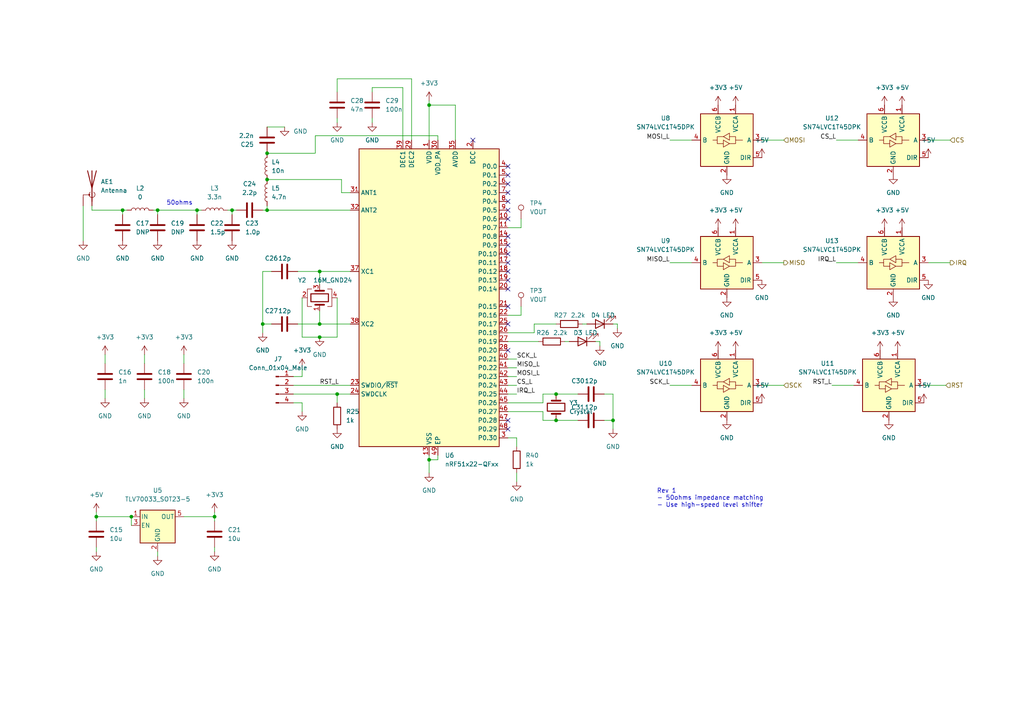
<source format=kicad_sch>
(kicad_sch (version 20211123) (generator eeschema)
  (paper "A4")
  (lib_symbols
    (symbol "Connector:Conn_01x04_Male" (pin_names (offset 1.016) hide)
      (property "Reference" "J" (at 0 5.08 0))
      (property "Value" "Conn_01x04_Male" (at 0 -7.62 0))
      (symbol "Conn_01x04_Male_1_1"
        (polyline (pts (xy 1.27 -5.08) (xy 0.8636 -5.08)) (stroke (width 0.1524)))
        (polyline (pts (xy 1.27 -2.54) (xy 0.8636 -2.54)) (stroke (width 0.1524)))
        (polyline (pts (xy 1.27 0) (xy 0.8636 0)) (stroke (width 0.1524)))
        (polyline (pts (xy 1.27 2.54) (xy 0.8636 2.54)) (stroke (width 0.1524)))
        (rectangle (start 0.8636 -4.953) (end 0 -5.207) (stroke (width 0.1524)) (fill (type outline)))
        (rectangle (start 0.8636 -2.413) (end 0 -2.667) (stroke (width 0.1524)) (fill (type outline)))
        (rectangle (start 0.8636 0.127) (end 0 -0.127) (stroke (width 0.1524)) (fill (type outline)))
        (rectangle (start 0.8636 2.667) (end 0 2.413) (stroke (width 0.1524)) (fill (type outline)))
        (pin passive line (at 5.08 2.54 180) (length 3.81) (name "Pin_1") (number "1"))
        (pin passive line (at 5.08 0 180) (length 3.81) (name "Pin_2") (number "2"))
        (pin passive line (at 5.08 -2.54 180) (length 3.81) (name "Pin_3") (number "3"))
        (pin passive line (at 5.08 -5.08 180) (length 3.81) (name "Pin_4") (number "4"))
      )
    )
    (symbol "Connector:TestPoint" (pin_numbers hide) (pin_names (offset 0.762) hide)
      (property "Reference" "TP" (at 0 6.858 0))
      (property "Value" "TestPoint" (at 0 5.08 0))
      (symbol "TestPoint_0_1"
        (circle (center 0 3.302) (radius 0.762))
      )
      (symbol "TestPoint_1_1"
        (pin passive line (at 0 0 90) (length 2.54) (name "1") (number "1"))
      )
    )
    (symbol "Device:Antenna_Shield" (pin_numbers hide) (pin_names (offset 1.016) hide)
      (property "Reference" "AE" (at -1.905 4.445 0))
      (property "Value" "Antenna_Shield" (at -1.905 2.54 0))
      (symbol "Antenna_Shield_0_1"
        (arc (start -0.508 -1.143) (mid -0.8429 -2.1194) (end 0 -2.667))
        (arc (start 0 -2.667) (mid 0.7989 -2.1052) (end 0.508 -1.143))
        (polyline (pts (xy 0 -2.54) (xy 0 0)))
        (polyline (pts (xy 0 5.08) (xy 0 -3.81)) (stroke (width 0.254)))
        (polyline (pts (xy 0.762 -1.905) (xy 2.54 -1.905)))
        (polyline (pts (xy 2.54 -2.54) (xy 2.54 -1.905)))
        (polyline (pts (xy 1.27 5.08) (xy 0 0) (xy -1.27 5.08)) (stroke (width 0.254)))
        (circle (center 0.762 -1.905) (radius 0.1778) (fill (type outline)))
      )
      (symbol "Antenna_Shield_1_1"
        (pin input line (at 0 -5.08 90) (length 2.54) (name "A") (number "1"))
        (pin input line (at 2.54 -5.08 90) (length 2.54) (name "Shield") (number "2"))
      )
    )
    (symbol "Device:C" (pin_numbers hide) (pin_names (offset 0.254))
      (property "Reference" "C" (at 0.635 2.54 0))
      (property "Value" "C" (at 0.635 -2.54 0))
      (symbol "C_0_1"
        (polyline (pts (xy -2.032 -0.762) (xy 2.032 -0.762)) (stroke (width 0.508)))
        (polyline (pts (xy -2.032 0.762) (xy 2.032 0.762)) (stroke (width 0.508)))
      )
      (symbol "C_1_1"
        (pin passive line (at 0 3.81 270) (length 2.794) (name "~") (number "1"))
        (pin passive line (at 0 -3.81 90) (length 2.794) (name "~") (number "2"))
      )
    )
    (symbol "Device:Crystal" (pin_numbers hide) (pin_names (offset 1.016) hide)
      (property "Reference" "Y" (at 0 3.81 0))
      (property "Value" "Crystal" (at 0 -3.81 0))
      (symbol "Crystal_0_1"
        (rectangle (start -1.143 2.54) (end 1.143 -2.54) (stroke (width 0.3048)))
        (polyline (pts (xy -2.54 0) (xy -1.905 0)))
        (polyline (pts (xy -1.905 -1.27) (xy -1.905 1.27)) (stroke (width 0.508)))
        (polyline (pts (xy 1.905 -1.27) (xy 1.905 1.27)) (stroke (width 0.508)))
        (polyline (pts (xy 2.54 0) (xy 1.905 0)))
      )
      (symbol "Crystal_1_1"
        (pin passive line (at -3.81 0 0) (length 1.27) (name "1") (number "1"))
        (pin passive line (at 3.81 0 180) (length 1.27) (name "2") (number "2"))
      )
    )
    (symbol "Device:Crystal_GND24" (pin_names (offset 1.016) hide)
      (property "Reference" "Y" (at 3.175 5.08 0))
      (property "Value" "Crystal_GND24" (at 3.175 3.175 0))
      (symbol "Crystal_GND24_0_1"
        (rectangle (start -1.143 2.54) (end 1.143 -2.54) (stroke (width 0.3048)))
        (polyline (pts (xy -2.54 0) (xy -2.032 0)))
        (polyline (pts (xy -2.032 -1.27) (xy -2.032 1.27)) (stroke (width 0.508)))
        (polyline (pts (xy 0 -3.81) (xy 0 -3.556)))
        (polyline (pts (xy 0 3.556) (xy 0 3.81)))
        (polyline (pts (xy 2.032 -1.27) (xy 2.032 1.27)) (stroke (width 0.508)))
        (polyline (pts (xy 2.032 0) (xy 2.54 0)))
        (polyline (pts (xy -2.54 -2.286) (xy -2.54 -3.556) (xy 2.54 -3.556) (xy 2.54 -2.286)))
        (polyline (pts (xy -2.54 2.286) (xy -2.54 3.556) (xy 2.54 3.556) (xy 2.54 2.286)))
      )
      (symbol "Crystal_GND24_1_1"
        (pin passive line (at -3.81 0 0) (length 1.27) (name "1") (number "1"))
        (pin passive line (at 0 5.08 270) (length 1.27) (name "2") (number "2"))
        (pin passive line (at 3.81 0 180) (length 1.27) (name "3") (number "3"))
        (pin passive line (at 0 -5.08 90) (length 1.27) (name "4") (number "4"))
      )
    )
    (symbol "Device:L" (pin_numbers hide) (pin_names (offset 1.016) hide)
      (property "Reference" "L" (at -1.27 0 90))
      (property "Value" "L" (at 1.905 0 90))
      (symbol "L_0_1"
        (arc (start 0 -2.54) (mid 0.635 -1.905) (end 0 -1.27))
        (arc (start 0 -1.27) (mid 0.635 -0.635) (end 0 0))
        (arc (start 0 0) (mid 0.635 0.635) (end 0 1.27))
        (arc (start 0 1.27) (mid 0.635 1.905) (end 0 2.54))
      )
      (symbol "L_1_1"
        (pin passive line (at 0 3.81 270) (length 1.27) (name "1") (number "1"))
        (pin passive line (at 0 -3.81 90) (length 1.27) (name "2") (number "2"))
      )
    )
    (symbol "Device:LED" (pin_numbers hide) (pin_names (offset 1.016) hide)
      (property "Reference" "D" (at 0 2.54 0))
      (property "Value" "LED" (at 0 -2.54 0))
      (symbol "LED_0_1"
        (polyline (pts (xy -1.27 -1.27) (xy -1.27 1.27)) (stroke (width 0.254)))
        (polyline (pts (xy -1.27 0) (xy 1.27 0)))
        (polyline (pts (xy 1.27 -1.27) (xy 1.27 1.27) (xy -1.27 0) (xy 1.27 -1.27)) (stroke (width 0.254)))
        (polyline (pts (xy -3.048 -0.762) (xy -4.572 -2.286) (xy -3.81 -2.286) (xy -4.572 -2.286) (xy -4.572 -1.524)))
        (polyline (pts (xy -1.778 -0.762) (xy -3.302 -2.286) (xy -2.54 -2.286) (xy -3.302 -2.286) (xy -3.302 -1.524)))
      )
      (symbol "LED_1_1"
        (pin passive line (at -3.81 0 0) (length 2.54) (name "K") (number "1"))
        (pin passive line (at 3.81 0 180) (length 2.54) (name "A") (number "2"))
      )
    )
    (symbol "Device:R" (pin_numbers hide) (pin_names (offset 0))
      (property "Reference" "R" (at 2.032 0 90))
      (property "Value" "R" (at 0 0 90))
      (symbol "R_0_1"
        (rectangle (start -1.016 -2.54) (end 1.016 2.54) (stroke (width 0.254)))
      )
      (symbol "R_1_1"
        (pin passive line (at 0 3.81 270) (length 1.27) (name "~") (number "1"))
        (pin passive line (at 0 -3.81 90) (length 1.27) (name "~") (number "2"))
      )
    )
    (symbol "Logic_LevelTranslator:SN74LVC1T45DRL"
      (property "Reference" "U" (at -6.35 8.89 0))
      (property "Value" "SN74LVC1T45DRL" (at 3.81 8.89 0))
      (symbol "SN74LVC1T45DRL_0_1"
        (rectangle (start -7.62 7.62) (end 7.62 -7.62) (stroke (width 0.254)) (fill (type background)))
        (polyline (pts (xy -2.54 0) (xy -2.54 1.016) (xy -0.762 1.016)))
        (polyline (pts (xy 2.794 0) (xy 2.794 -1.016) (xy 1.016 -1.016)))
        (polyline (pts (xy -0.762 -1.016) (xy -2.54 -1.016) (xy -2.54 0) (xy -4.572 0)))
        (polyline (pts (xy -0.762 0) (xy -0.762 2.032) (xy 1.016 1.016) (xy -0.762 0)))
        (polyline (pts (xy 1.016 1.016) (xy 2.794 1.016) (xy 2.794 0) (xy 4.064 0)))
        (polyline (pts (xy 1.016 0) (xy 1.016 -1.778) (xy 1.016 -2.032) (xy -0.762 -1.016) (xy 1.016 0)))
      )
      (symbol "SN74LVC1T45DRL_1_1"
        (pin power_in line (at -2.54 10.16 270) (length 2.54) (name "VCCA") (number "1"))
        (pin power_in line (at 0 -10.16 90) (length 2.54) (name "GND") (number "2"))
        (pin bidirectional line (at -10.16 0 0) (length 2.54) (name "A") (number "3"))
        (pin bidirectional line (at 10.16 0 180) (length 2.54) (name "B") (number "4"))
        (pin input line (at -10.16 -5.08 0) (length 2.54) (name "DIR") (number "5"))
        (pin power_in line (at 2.54 10.16 270) (length 2.54) (name "VCCB") (number "6"))
      )
    )
    (symbol "MCU_Nordic:nRF51x22-QFxx"
      (property "Reference" "U" (at 0 2.54 0))
      (property "Value" "nRF51x22-QFxx" (at 0 -2.54 0))
      (symbol "nRF51x22-QFxx_0_1"
        (rectangle (start -20.32 43.18) (end 20.32 -43.18) (stroke (width 0.254)) (fill (type background)))
      )
      (symbol "nRF51x22-QFxx_1_1"
        (pin power_in line (at 0 45.72 270) (length 2.54) (name "VDD") (number "1"))
        (pin bidirectional line (at 22.86 22.86 180) (length 2.54) (name "P0.6") (number "10"))
        (pin bidirectional line (at 22.86 20.32 180) (length 2.54) (name "P0.7") (number "11"))
        (pin passive line (at 0 45.72 270) (length 2.54) hide (name "VDD") (number "12"))
        (pin power_in line (at 0 -45.72 90) (length 2.54) (name "VSS") (number "13"))
        (pin bidirectional line (at 22.86 17.78 180) (length 2.54) (name "P0.8") (number "14"))
        (pin bidirectional line (at 22.86 15.24 180) (length 2.54) (name "P0.9") (number "15"))
        (pin bidirectional line (at 22.86 12.7 180) (length 2.54) (name "P0.10") (number "16"))
        (pin bidirectional line (at 22.86 10.16 180) (length 2.54) (name "P0.11") (number "17"))
        (pin bidirectional line (at 22.86 7.62 180) (length 2.54) (name "P0.12") (number "18"))
        (pin bidirectional line (at 22.86 5.08 180) (length 2.54) (name "P0.13") (number "19"))
        (pin power_out line (at 12.7 45.72 270) (length 2.54) (name "DCC") (number "2"))
        (pin bidirectional line (at 22.86 2.54 180) (length 2.54) (name "P0.14") (number "20"))
        (pin bidirectional line (at 22.86 -2.54 180) (length 2.54) (name "P0.15") (number "21"))
        (pin bidirectional line (at 22.86 -5.08 180) (length 2.54) (name "P0.16") (number "22"))
        (pin bidirectional line (at -22.86 -25.4 0) (length 2.54) (name "SWDIO/~{RST}") (number "23"))
        (pin input line (at -22.86 -27.94 0) (length 2.54) (name "SWDCLK") (number "24"))
        (pin bidirectional line (at 22.86 -7.62 180) (length 2.54) (name "P0.17") (number "25"))
        (pin bidirectional line (at 22.86 -10.16 180) (length 2.54) (name "P0.18") (number "26"))
        (pin bidirectional line (at 22.86 -12.7 180) (length 2.54) (name "P0.19") (number "27"))
        (pin bidirectional line (at 22.86 -15.24 180) (length 2.54) (name "P0.20") (number "28"))
        (pin passive line (at -5.08 45.72 270) (length 2.54) (name "DEC2") (number "29"))
        (pin bidirectional line (at 22.86 -40.64 180) (length 2.54) (name "P0.30") (number "3"))
        (pin power_out line (at 2.54 45.72 270) (length 2.54) (name "VDD_PA") (number "30"))
        (pin output line (at -22.86 30.48 0) (length 2.54) (name "ANT1") (number "31"))
        (pin output line (at -22.86 25.4 0) (length 2.54) (name "ANT2") (number "32"))
        (pin passive line (at 0 -45.72 90) (length 2.54) hide (name "VSS") (number "33"))
        (pin passive line (at 0 -45.72 90) (length 2.54) hide (name "VSS") (number "34"))
        (pin power_in line (at 7.62 45.72 270) (length 2.54) (name "AVDD") (number "35"))
        (pin passive line (at 7.62 45.72 270) (length 2.54) hide (name "AVDD") (number "36"))
        (pin input line (at -22.86 7.62 0) (length 2.54) (name "XC1") (number "37"))
        (pin input line (at -22.86 -7.62 0) (length 2.54) (name "XC2") (number "38"))
        (pin passive line (at -7.62 45.72 270) (length 2.54) (name "DEC1") (number "39"))
        (pin bidirectional line (at 22.86 38.1 180) (length 2.54) (name "P0.0") (number "4"))
        (pin bidirectional line (at 22.86 -17.78 180) (length 2.54) (name "P0.21") (number "40"))
        (pin bidirectional line (at 22.86 -20.32 180) (length 2.54) (name "P0.22") (number "41"))
        (pin bidirectional line (at 22.86 -22.86 180) (length 2.54) (name "P0.23") (number "42"))
        (pin bidirectional line (at 22.86 -25.4 180) (length 2.54) (name "P0.24") (number "43"))
        (pin bidirectional line (at 22.86 -27.94 180) (length 2.54) (name "P0.25") (number "44"))
        (pin bidirectional line (at 22.86 -30.48 180) (length 2.54) (name "P0.26") (number "45"))
        (pin bidirectional line (at 22.86 -33.02 180) (length 2.54) (name "P0.27") (number "46"))
        (pin bidirectional line (at 22.86 -35.56 180) (length 2.54) (name "P0.28") (number "47"))
        (pin bidirectional line (at 22.86 -38.1 180) (length 2.54) (name "P0.29") (number "48"))
        (pin power_in line (at 2.54 -45.72 90) (length 2.54) (name "EP") (number "49"))
        (pin bidirectional line (at 22.86 35.56 180) (length 2.54) (name "P0.1") (number "5"))
        (pin bidirectional line (at 22.86 33.02 180) (length 2.54) (name "P0.2") (number "6"))
        (pin bidirectional line (at 22.86 30.48 180) (length 2.54) (name "P0.3") (number "7"))
        (pin bidirectional line (at 22.86 27.94 180) (length 2.54) (name "P0.4") (number "8"))
        (pin bidirectional line (at 22.86 25.4 180) (length 2.54) (name "P0.5") (number "9"))
      )
    )
    (symbol "Regulator_Linear:TLV70033_SOT23-5" (pin_names (offset 0.254))
      (property "Reference" "U" (at -3.81 5.715 0))
      (property "Value" "TLV70033_SOT23-5" (at 0 5.715 0))
      (symbol "TLV70033_SOT23-5_0_1"
        (rectangle (start -5.08 4.445) (end 5.08 -5.08) (stroke (width 0.254)) (fill (type background)))
      )
      (symbol "TLV70033_SOT23-5_1_1"
        (pin power_in line (at -7.62 2.54 0) (length 2.54) (name "IN") (number "1"))
        (pin power_in line (at 0 -7.62 90) (length 2.54) (name "GND") (number "2"))
        (pin input line (at -7.62 0 0) (length 2.54) (name "EN") (number "3"))
        (pin no_connect line (at 5.08 0 180) (length 2.54) hide (name "NC") (number "4"))
        (pin power_out line (at 7.62 2.54 180) (length 2.54) (name "OUT") (number "5"))
      )
    )
    (symbol "power:+3.3V" (power) (pin_names (offset 0))
      (property "Value" "+3.3V" (at 0 3.556 0))
      (symbol "+3.3V_0_1"
        (polyline (pts (xy -0.762 1.27) (xy 0 2.54)))
        (polyline (pts (xy 0 0) (xy 0 2.54)))
        (polyline (pts (xy 0 2.54) (xy 0.762 1.27)))
      )
      (symbol "+3.3V_1_1"
        (pin power_in line (at 0 0 90) (length 0) hide (name "+3V3") (number "1"))
      )
    )
    (symbol "power:+5V" (power) (pin_names (offset 0))
      (property "Value" "+5V" (at 0 3.556 0))
      (symbol "+5V_0_1"
        (polyline (pts (xy -0.762 1.27) (xy 0 2.54)))
        (polyline (pts (xy 0 0) (xy 0 2.54)))
        (polyline (pts (xy 0 2.54) (xy 0.762 1.27)))
      )
      (symbol "+5V_1_1"
        (pin power_in line (at 0 0 90) (length 0) hide (name "+5V") (number "1"))
      )
    )
    (symbol "power:GND" (power) (pin_names (offset 0))
      (property "Value" "GND" (at 0 -3.81 0))
      (symbol "GND_0_1"
        (polyline (pts (xy 0 0) (xy 0 -1.27) (xy 1.27 -1.27) (xy 0 -2.54) (xy -1.27 -1.27) (xy 0 -1.27)))
      )
      (symbol "GND_1_1"
        (pin power_in line (at 0 0 270) (length 0) hide (name "GND") (number "1"))
      )
    )
  )
  (junction (at 77.47 44.45))
  (junction (at 97.79 114.3))
  (junction (at 38.1 149.86))
  (junction (at 161.29 121.92))
  (junction (at 161.29 114.3))
  (junction (at 67.31 60.96))
  (junction (at 45.72 60.96))
  (junction (at 124.46 30.48))
  (junction (at 177.8 121.92))
  (junction (at 27.94 149.86))
  (junction (at 124.46 133.35))
  (junction (at 62.23 149.86))
  (junction (at 77.47 52.07))
  (junction (at 57.15 60.96))
  (junction (at 77.47 60.96))
  (junction (at 92.71 93.98))
  (junction (at 92.71 97.79))
  (junction (at 76.2 93.98))
  (junction (at 35.56 60.96))
  (junction (at 92.71 78.74))
  (no_connect (at 147.32 124.46))
  (no_connect (at 147.32 121.92))
  (no_connect (at 147.32 68.58))
  (no_connect (at 147.32 58.42))
  (no_connect (at 147.32 63.5))
  (no_connect (at 147.32 60.96))
  (no_connect (at 147.32 71.12))
  (no_connect (at 147.32 73.66))
  (no_connect (at 147.32 81.28))
  (no_connect (at 147.32 78.74))
  (no_connect (at 147.32 76.2))
  (no_connect (at 147.32 48.26))
  (no_connect (at 147.32 50.8))
  (no_connect (at 147.32 53.34))
  (no_connect (at 147.32 55.88))
  (no_connect (at 147.32 88.9))
  (no_connect (at 147.32 83.82))
  (no_connect (at 147.32 93.98))
  (no_connect (at 147.32 101.6))
  (no_connect (at 137.16 40.64))
  (wire (pts (xy 147.32 106.68) (xy 149.86 106.68)))
  (wire (pts (xy 151.13 66.04) (xy 147.32 66.04)))
  (wire (pts (xy 99.06 52.07) (xy 77.47 52.07)))
  (wire (pts (xy 45.72 160.02) (xy 45.72 161.29)))
  (wire (pts (xy 62.23 158.75) (xy 62.23 160.02)))
  (wire (pts (xy 149.86 127) (xy 149.86 129.54)))
  (wire (pts (xy 124.46 30.48) (xy 124.46 40.64)))
  (wire (pts (xy 107.95 34.29) (xy 107.95 35.56)))
  (wire (pts (xy 53.34 149.86) (xy 62.23 149.86)))
  (wire (pts (xy 147.32 91.44) (xy 151.13 91.44)))
  (wire (pts (xy 91.44 39.37) (xy 91.44 44.45)))
  (wire (pts (xy 147.32 99.06) (xy 156.21 99.06)))
  (wire (pts (xy 87.63 86.36) (xy 87.63 97.79)))
  (wire (pts (xy 97.79 97.79) (xy 92.71 97.79)))
  (wire (pts (xy 78.74 78.74) (xy 76.2 78.74)))
  (wire (pts (xy 127 40.64) (xy 127 39.37)))
  (wire (pts (xy 67.31 60.96) (xy 68.58 60.96)))
  (wire (pts (xy 124.46 132.08) (xy 124.46 133.35)))
  (wire (pts (xy 147.32 114.3) (xy 149.86 114.3)))
  (wire (pts (xy 200.66 40.64) (xy 194.31 40.64)))
  (wire (pts (xy 107.95 25.4) (xy 116.84 25.4)))
  (wire (pts (xy 132.08 30.48) (xy 124.46 30.48)))
  (wire (pts (xy 227.33 76.2) (xy 220.98 76.2)))
  (wire (pts (xy 157.48 121.92) (xy 161.29 121.92)))
  (wire (pts (xy 200.66 76.2) (xy 194.31 76.2)))
  (wire (pts (xy 127 133.35) (xy 124.46 133.35)))
  (wire (pts (xy 35.56 62.23) (xy 35.56 60.96)))
  (wire (pts (xy 274.32 111.76) (xy 267.97 111.76)))
  (wire (pts (xy 97.79 22.86) (xy 97.79 26.67)))
  (wire (pts (xy 116.84 25.4) (xy 116.84 40.64)))
  (wire (pts (xy 200.66 111.76) (xy 194.31 111.76)))
  (wire (pts (xy 107.95 25.4) (xy 107.95 26.67)))
  (wire (pts (xy 157.48 116.84) (xy 157.48 114.3)))
  (wire (pts (xy 132.08 40.64) (xy 132.08 30.48)))
  (wire (pts (xy 147.32 116.84) (xy 157.48 116.84)))
  (wire (pts (xy 87.63 116.84) (xy 87.63 119.38)))
  (wire (pts (xy 41.91 113.03) (xy 41.91 115.57)))
  (wire (pts (xy 97.79 22.86) (xy 119.38 22.86)))
  (wire (pts (xy 175.26 114.3) (xy 177.8 114.3)))
  (wire (pts (xy 85.09 109.22) (xy 87.63 109.22)))
  (wire (pts (xy 45.72 60.96) (xy 57.15 60.96)))
  (wire (pts (xy 67.31 60.96) (xy 67.31 62.23)))
  (wire (pts (xy 87.63 109.22) (xy 87.63 106.68)))
  (wire (pts (xy 154.94 93.98) (xy 154.94 96.52)))
  (wire (pts (xy 44.45 60.96) (xy 45.72 60.96)))
  (wire (pts (xy 27.94 148.59) (xy 27.94 149.86)))
  (wire (pts (xy 85.09 111.76) (xy 101.6 111.76)))
  (wire (pts (xy 92.71 82.55) (xy 92.71 78.74)))
  (wire (pts (xy 27.94 149.86) (xy 27.94 151.13)))
  (wire (pts (xy 275.59 76.2) (xy 269.24 76.2)))
  (wire (pts (xy 97.79 34.29) (xy 97.79 35.56)))
  (wire (pts (xy 85.09 114.3) (xy 97.79 114.3)))
  (wire (pts (xy 179.07 93.98) (xy 179.07 95.25)))
  (wire (pts (xy 124.46 133.35) (xy 124.46 137.16)))
  (wire (pts (xy 85.09 116.84) (xy 87.63 116.84)))
  (wire (pts (xy 30.48 102.87) (xy 30.48 105.41)))
  (wire (pts (xy 92.71 78.74) (xy 101.6 78.74)))
  (wire (pts (xy 177.8 121.92) (xy 177.8 124.46)))
  (wire (pts (xy 248.92 40.64) (xy 242.57 40.64)))
  (wire (pts (xy 97.79 86.36) (xy 97.79 97.79)))
  (wire (pts (xy 92.71 93.98) (xy 101.6 93.98)))
  (wire (pts (xy 161.29 121.92) (xy 167.64 121.92)))
  (wire (pts (xy 147.32 119.38) (xy 157.48 119.38)))
  (wire (pts (xy 92.71 90.17) (xy 92.71 93.98)))
  (wire (pts (xy 76.2 60.96) (xy 77.47 60.96)))
  (wire (pts (xy 247.65 111.76) (xy 241.3 111.76)))
  (wire (pts (xy 127 132.08) (xy 127 133.35)))
  (wire (pts (xy 157.48 114.3) (xy 161.29 114.3)))
  (wire (pts (xy 76.2 78.74) (xy 76.2 93.98)))
  (wire (pts (xy 26.67 60.96) (xy 35.56 60.96)))
  (wire (pts (xy 53.34 102.87) (xy 53.34 105.41)))
  (wire (pts (xy 41.91 102.87) (xy 41.91 105.41)))
  (wire (pts (xy 57.15 62.23) (xy 57.15 60.96)))
  (wire (pts (xy 149.86 137.16) (xy 149.86 139.7)))
  (wire (pts (xy 248.92 76.2) (xy 242.57 76.2)))
  (wire (pts (xy 227.33 111.76) (xy 220.98 111.76)))
  (wire (pts (xy 77.47 60.96) (xy 101.6 60.96)))
  (wire (pts (xy 101.6 55.88) (xy 99.06 55.88)))
  (wire (pts (xy 168.91 93.98) (xy 170.18 93.98)))
  (wire (pts (xy 57.15 60.96) (xy 58.42 60.96)))
  (wire (pts (xy 99.06 55.88) (xy 99.06 52.07)))
  (wire (pts (xy 24.13 59.69) (xy 24.13 69.85)))
  (wire (pts (xy 35.56 60.96) (xy 36.83 60.96)))
  (wire (pts (xy 66.04 60.96) (xy 67.31 60.96)))
  (wire (pts (xy 62.23 148.59) (xy 62.23 149.86)))
  (wire (pts (xy 157.48 119.38) (xy 157.48 121.92)))
  (wire (pts (xy 175.26 121.92) (xy 177.8 121.92)))
  (wire (pts (xy 82.55 36.83) (xy 77.47 36.83)))
  (wire (pts (xy 161.29 114.3) (xy 167.64 114.3)))
  (wire (pts (xy 147.32 111.76) (xy 149.86 111.76)))
  (wire (pts (xy 149.86 127) (xy 147.32 127)))
  (wire (pts (xy 38.1 149.86) (xy 38.1 152.4)))
  (wire (pts (xy 173.99 99.06) (xy 173.99 100.33)))
  (wire (pts (xy 227.33 40.64) (xy 220.98 40.64)))
  (wire (pts (xy 127 39.37) (xy 91.44 39.37)))
  (wire (pts (xy 151.13 63.5) (xy 151.13 66.04)))
  (wire (pts (xy 77.47 59.69) (xy 77.47 60.96)))
  (wire (pts (xy 101.6 114.3) (xy 97.79 114.3)))
  (wire (pts (xy 172.72 99.06) (xy 173.99 99.06)))
  (wire (pts (xy 27.94 149.86) (xy 38.1 149.86)))
  (wire (pts (xy 275.59 40.64) (xy 269.24 40.64)))
  (wire (pts (xy 27.94 158.75) (xy 27.94 160.02)))
  (wire (pts (xy 147.32 109.22) (xy 149.86 109.22)))
  (wire (pts (xy 124.46 29.21) (xy 124.46 30.48)))
  (wire (pts (xy 86.36 93.98) (xy 92.71 93.98)))
  (wire (pts (xy 91.44 44.45) (xy 77.47 44.45)))
  (wire (pts (xy 53.34 113.03) (xy 53.34 115.57)))
  (wire (pts (xy 87.63 97.79) (xy 92.71 97.79)))
  (wire (pts (xy 163.83 99.06) (xy 165.1 99.06)))
  (wire (pts (xy 62.23 149.86) (xy 62.23 151.13)))
  (wire (pts (xy 154.94 96.52) (xy 147.32 96.52)))
  (wire (pts (xy 86.36 78.74) (xy 92.71 78.74)))
  (wire (pts (xy 151.13 91.44) (xy 151.13 88.9)))
  (wire (pts (xy 97.79 114.3) (xy 97.79 116.84)))
  (wire (pts (xy 177.8 93.98) (xy 179.07 93.98)))
  (wire (pts (xy 161.29 93.98) (xy 154.94 93.98)))
  (wire (pts (xy 30.48 113.03) (xy 30.48 115.57)))
  (wire (pts (xy 119.38 22.86) (xy 119.38 40.64)))
  (wire (pts (xy 76.2 93.98) (xy 76.2 96.52)))
  (wire (pts (xy 45.72 60.96) (xy 45.72 62.23)))
  (wire (pts (xy 177.8 114.3) (xy 177.8 121.92)))
  (wire (pts (xy 147.32 104.14) (xy 149.86 104.14)))
  (wire (pts (xy 26.67 59.69) (xy 26.67 60.96)))
  (wire (pts (xy 76.2 93.98) (xy 78.74 93.98)))
  (text "Rev 1\n- 50ohms impedance matching\n- Use high-speed level shifter" (at 190.5 147.32 0) (effects (font (size 1.27 1.27)) (justify left bottom)))
  (text "50ohms" (at 48.26 59.69 0) (effects (font (size 1.27 1.27)) (justify left bottom)))
  (label "MISO_L" (at 194.31 76.2 180))
  (label "RST_L" (at 92.71 111.76 0))
  (label "RST_L" (at 241.3 111.76 180))
  (label "SCK_L" (at 194.31 111.76 180))
  (label "CS_L" (at 242.57 40.64 180))
  (label "MOSI_L" (at 149.86 109.22 0))
  (label "SCK_L" (at 149.86 104.14 0))
  (label "MOSI_L" (at 194.31 40.64 180))
  (label "IRQ_L" (at 149.86 114.3 0))
  (label "MISO_L" (at 149.86 106.68 0))
  (label "IRQ_L" (at 242.57 76.2 180))
  (label "CS_L" (at 149.86 111.76 0))
  (hierarchical_label "MISO" (shape output) (at 227.33 76.2 0))
  (hierarchical_label "RST" (shape input) (at 274.32 111.76 0))
  (hierarchical_label "IRQ" (shape output) (at 275.59 76.2 0))
  (hierarchical_label "SCK" (shape input) (at 227.33 111.76 0))
  (hierarchical_label "MOSI" (shape input) (at 227.33 40.64 0))
  (hierarchical_label "CS" (shape input) (at 275.59 40.64 0))
  (symbol (lib_id "Device:C") (at 82.55 78.74 90) (unit 1)
    (property "Reference" "C26" (at 78.74 74.93 90))
    (property "Value" "12p" (at 82.55 74.93 90))
    (property "Footprint" "Capacitor_SMD:C_0603_1608Metric" (effects hide))
  )
  (symbol (lib_id "power:GND") (at 30.48 115.57 0) (unit 1)
    (property "Reference" "#PWR0173" (effects hide))
    (property "Value" "GND" (at 30.48 120.65 0))
  )
  (symbol (lib_id "power:GND") (at 41.91 115.57 0) (unit 1)
    (property "Reference" "#PWR0174" (effects hide))
    (property "Value" "GND" (at 41.91 120.65 0))
  )
  (symbol (lib_id "Connector:Conn_01x04_Male") (at 80.01 111.76 0) (unit 1)
    (property "Reference" "J7" (at 80.645 104.14 0))
    (property "Value" "Conn_01x04_Male" (at 80.645 106.68 0))
    (property "Footprint" "Connector_PinHeader_2.54mm:PinHeader_1x04_P2.54mm_Vertical" (effects hide))
  )
  (symbol (lib_id "power:+5V") (at 220.98 45.72 0) (mirror y) (unit 1)
    (property "Reference" "#PWR0184" (effects hide))
    (property "Value" "+5V" (at 220.98 40.64 0))
  )
  (symbol (lib_id "power:GND") (at 149.86 139.7 0) (unit 1)
    (property "Reference" "#PWR0192" (effects hide))
    (property "Value" "GND" (at 149.86 144.78 0))
  )
  (symbol (lib_id "power:GND") (at 92.71 97.79 0) (unit 1)
    (property "Reference" "#PWR0156" (effects hide))
    (property "Value" "GND" (at 92.71 102.87 0))
  )
  (symbol (lib_id "MCU_Nordic:nRF51x22-QFxx") (at 124.46 86.36 0) (unit 1)
    (property "Reference" "U6" (at 129.0194 132.08 0) (effects (justify left)))
    (property "Value" "nRF51x22-QFxx" (at 129.0194 134.62 0) (effects (justify left)))
    (property "Footprint" "Package_DFN_QFN:QFN-48-1EP_6x6mm_P0.4mm_EP4.6x4.6mm" (effects hide))
    (property "Datasheet" "http://infocenter.nordicsemi.com/pdf/nRF51822_PS_v3.3.pdf" (effects hide))
  )
  (symbol (lib_id "Device:L") (at 77.47 48.26 180) (unit 1)
    (property "Reference" "L4" (at 78.74 46.9899 0) (effects (justify right)))
    (property "Value" "10n" (at 78.74 49.5299 0) (effects (justify right)))
    (property "Footprint" "Inductor_SMD:L_0402_1005Metric" (effects hide))
  )
  (symbol (lib_id "Device:L") (at 62.23 60.96 90) (unit 1)
    (property "Reference" "L3" (at 62.23 54.61 90))
    (property "Value" "3.3n" (at 62.23 57.15 90))
    (property "Footprint" "Inductor_SMD:L_0402_1005Metric" (effects hide))
  )
  (symbol (lib_id "Device:L") (at 77.47 55.88 180) (unit 1)
    (property "Reference" "L5" (at 78.74 54.6099 0) (effects (justify right)))
    (property "Value" "4.7n" (at 78.74 57.1499 0) (effects (justify right)))
    (property "Footprint" "Inductor_SMD:L_0402_1005Metric" (effects hide))
  )
  (symbol (lib_id "power:GND") (at 97.79 35.56 0) (unit 1)
    (property "Reference" "#PWR0151" (effects hide))
    (property "Value" "GND" (at 97.79 40.64 0))
  )
  (symbol (lib_id "power:+5V") (at 269.24 45.72 0) (mirror y) (unit 1)
    (property "Reference" "#PWR0188" (effects hide))
    (property "Value" "+5V" (at 269.24 40.64 0))
  )
  (symbol (lib_id "power:+3.3V") (at 53.34 102.87 0) (unit 1)
    (property "Reference" "#PWR0171" (effects hide))
    (property "Value" "+3.3V" (at 53.34 97.79 0))
  )
  (symbol (lib_id "power:GND") (at 97.79 124.46 0) (unit 1)
    (property "Reference" "#PWR0158" (effects hide))
    (property "Value" "GND" (at 97.79 129.54 0))
  )
  (symbol (lib_id "power:+3.3V") (at 208.28 66.04 0) (unit 1)
    (property "Reference" "#PWR0186" (effects hide))
    (property "Value" "+3.3V" (at 208.28 60.96 0))
  )
  (symbol (lib_id "power:+3.3V") (at 87.63 106.68 0) (unit 1)
    (property "Reference" "#PWR0157" (effects hide))
    (property "Value" "+3.3V" (at 87.63 101.6 0))
  )
  (symbol (lib_id "Device:C") (at 30.48 109.22 0) (unit 1)
    (property "Reference" "C16" (at 34.29 107.9499 0) (effects (justify left)))
    (property "Value" "1n" (at 34.29 110.4899 0) (effects (justify left)))
    (property "Footprint" "Capacitor_SMD:C_0603_1608Metric" (effects hide))
  )
  (symbol (lib_id "power:GND") (at 124.46 137.16 0) (unit 1)
    (property "Reference" "#PWR0154" (effects hide))
    (property "Value" "GND" (at 124.46 142.24 0))
  )
  (symbol (lib_id "Device:R") (at 160.02 99.06 90) (unit 1)
    (property "Reference" "R26" (at 157.48 96.52 90))
    (property "Value" "2.2k" (at 162.56 96.52 90))
    (property "Footprint" "Resistor_SMD:R_0603_1608Metric" (effects hide))
  )
  (symbol (lib_id "Device:Antenna_Shield") (at 26.67 54.61 0) (mirror y) (unit 1)
    (property "Reference" "AE1" (at 29.21 52.7049 0) (effects (justify right)))
    (property "Value" "Antenna" (at 29.21 55.2449 0) (effects (justify right)))
    (property "Footprint" "RF_Antenna:Texas_SWRA117D_2.4GHz_Right" (effects hide))
  )
  (symbol (lib_id "power:GND") (at 177.8 124.46 0) (unit 1)
    (property "Reference" "#PWR0153" (effects hide))
    (property "Value" "GND" (at 177.8 129.54 0))
  )
  (symbol (lib_id "power:GND") (at 269.24 81.28 0) (mirror y) (unit 1)
    (property "Reference" "#PWR0218" (effects hide))
    (property "Value" "GND" (at 269.24 86.36 0))
  )
  (symbol (lib_id "Logic_LevelTranslator:SN74LVC1T45DRL") (at 259.08 76.2 0) (mirror y) (unit 1)
    (property "Reference" "U13" (at 241.3 69.85 0))
    (property "Value" "SN74LVC1T45DPK" (at 241.3 72.39 0))
    (property "Footprint" "TPS63802DLAR:USON-6" (effects hide))
    (property "Datasheet" "http://www.ti.com/lit/ds/symlink/sn74lvc1t45.pdf" (effects hide))
  )
  (symbol (lib_id "power:GND") (at 27.94 160.02 0) (unit 1)
    (property "Reference" "#PWR0167" (effects hide))
    (property "Value" "GND" (at 27.94 165.1 0))
  )
  (symbol (lib_id "power:GND") (at 87.63 119.38 0) (unit 1)
    (property "Reference" "#PWR0159" (effects hide))
    (property "Value" "GND" (at 87.63 124.46 0))
  )
  (symbol (lib_id "Device:R") (at 165.1 93.98 90) (unit 1)
    (property "Reference" "R27" (at 162.56 91.44 90))
    (property "Value" "2.2k" (at 167.64 91.44 90))
    (property "Footprint" "Resistor_SMD:R_0603_1608Metric" (effects hide))
  )
  (symbol (lib_id "power:+5V") (at 213.36 101.6 0) (mirror y) (unit 1)
    (property "Reference" "#PWR0179" (effects hide))
    (property "Value" "+5V" (at 213.36 96.52 0))
  )
  (symbol (lib_id "Device:C") (at 72.39 60.96 90) (unit 1)
    (property "Reference" "C24" (at 72.39 53.34 90))
    (property "Value" "2.2p" (at 72.39 55.88 90))
    (property "Footprint" "Capacitor_SMD:C_0402_1005Metric" (effects hide))
  )
  (symbol (lib_id "power:+5V") (at 261.62 30.48 0) (mirror y) (unit 1)
    (property "Reference" "#PWR0216" (effects hide))
    (property "Value" "+5V" (at 261.62 25.4 0))
  )
  (symbol (lib_id "power:+3.3V") (at 255.27 101.6 0) (unit 1)
    (property "Reference" "#PWR0224" (effects hide))
    (property "Value" "+3.3V" (at 255.27 96.52 0))
  )
  (symbol (lib_id "power:GND") (at 45.72 69.85 0) (unit 1)
    (property "Reference" "#PWR0162" (effects hide))
    (property "Value" "GND" (at 45.72 74.93 0))
  )
  (symbol (lib_id "Device:C") (at 82.55 93.98 90) (unit 1)
    (property "Reference" "C27" (at 78.74 90.17 90))
    (property "Value" "12p" (at 82.55 90.17 90))
    (property "Footprint" "Capacitor_SMD:C_0603_1608Metric" (effects hide))
  )
  (symbol (lib_id "power:GND") (at 45.72 161.29 0) (unit 1)
    (property "Reference" "#PWR0169" (effects hide))
    (property "Value" "GND" (at 45.72 166.37 0))
  )
  (symbol (lib_id "power:GND") (at 210.82 50.8 0) (mirror y) (unit 1)
    (property "Reference" "#PWR0185" (effects hide))
    (property "Value" "GND" (at 210.82 55.88 0))
  )
  (symbol (lib_id "power:GND") (at 173.99 100.33 0) (unit 1)
    (property "Reference" "#PWR0176" (effects hide))
    (property "Value" "GND" (at 173.99 105.41 0))
  )
  (symbol (lib_id "Device:C") (at 97.79 30.48 0) (unit 1)
    (property "Reference" "C28" (at 101.6 29.2099 0) (effects (justify left)))
    (property "Value" "47n" (at 101.6 31.7499 0) (effects (justify left)))
    (property "Footprint" "Capacitor_SMD:C_0603_1608Metric" (effects hide))
  )
  (symbol (lib_id "power:+5V") (at 261.62 66.04 0) (mirror y) (unit 1)
    (property "Reference" "#PWR0219" (effects hide))
    (property "Value" "+5V" (at 261.62 60.96 0))
  )
  (symbol (lib_id "power:+3.3V") (at 30.48 102.87 0) (unit 1)
    (property "Reference" "#PWR0172" (effects hide))
    (property "Value" "+3.3V" (at 30.48 97.79 0))
  )
  (symbol (lib_id "power:GND") (at 257.81 121.92 0) (mirror y) (unit 1)
    (property "Reference" "#PWR0221" (effects hide))
    (property "Value" "GND" (at 257.81 127 0))
  )
  (symbol (lib_id "power:GND") (at 210.82 121.92 0) (mirror y) (unit 1)
    (property "Reference" "#PWR0181" (effects hide))
    (property "Value" "GND" (at 210.82 127 0))
  )
  (symbol (lib_id "Connector:TestPoint") (at 151.13 63.5 0) (unit 1)
    (property "Reference" "TP4" (at 153.67 58.9279 0) (effects (justify left)))
    (property "Value" "VOUT" (at 153.67 61.4679 0) (effects (justify left)))
    (property "Footprint" "TestPoint:TestPoint_Keystone_5019_Minature" (effects hide))
  )
  (symbol (lib_id "power:+3.3V") (at 62.23 148.59 0) (unit 1)
    (property "Reference" "#PWR0166" (effects hide))
    (property "Value" "+3.3V" (at 62.23 143.51 0))
  )
  (symbol (lib_id "Logic_LevelTranslator:SN74LVC1T45DRL") (at 257.81 111.76 0) (mirror y) (unit 1)
    (property "Reference" "U11" (at 240.03 105.41 0))
    (property "Value" "SN74LVC1T45DPK" (at 240.03 107.95 0))
    (property "Footprint" "TPS63802DLAR:USON-6" (effects hide))
    (property "Datasheet" "http://www.ti.com/lit/ds/symlink/sn74lvc1t45.pdf" (effects hide))
  )
  (symbol (lib_id "power:+5V") (at 213.36 30.48 0) (mirror y) (unit 1)
    (property "Reference" "#PWR0183" (effects hide))
    (property "Value" "+5V" (at 213.36 25.4 0))
  )
  (symbol (lib_id "Regulator_Linear:TLV70033_SOT23-5") (at 45.72 152.4 0) (unit 1)
    (property "Reference" "U5" (at 45.72 142.24 0))
    (property "Value" "TLV70033_SOT23-5" (at 45.72 144.78 0))
    (property "Footprint" "Package_TO_SOT_SMD:SOT-23-5" (effects hide))
    (property "Datasheet" "http://www.ti.com/lit/ds/symlink/tlv700.pdf" (effects hide))
  )
  (symbol (lib_id "power:+3.3V") (at 41.91 102.87 0) (unit 1)
    (property "Reference" "#PWR0170" (effects hide))
    (property "Value" "+3.3V" (at 41.91 97.79 0))
  )
  (symbol (lib_id "power:+5V") (at 260.35 101.6 0) (mirror y) (unit 1)
    (property "Reference" "#PWR0223" (effects hide))
    (property "Value" "+5V" (at 260.35 96.52 0))
  )
  (symbol (lib_id "Device:LED") (at 168.91 99.06 180) (unit 1)
    (property "Reference" "D3" (at 167.64 96.52 0))
    (property "Value" "LED" (at 171.45 96.52 0))
    (property "Footprint" "LED_SMD:LED_0603_1608Metric" (effects hide))
  )
  (symbol (lib_id "Logic_LevelTranslator:SN74LVC1T45DRL") (at 210.82 40.64 0) (mirror y) (unit 1)
    (property "Reference" "U8" (at 193.04 34.29 0))
    (property "Value" "SN74LVC1T45DPK" (at 193.04 36.83 0))
    (property "Footprint" "TPS63802DLAR:USON-6" (effects hide))
    (property "Datasheet" "http://www.ti.com/lit/ds/symlink/sn74lvc1t45.pdf" (effects hide))
  )
  (symbol (lib_id "power:GND") (at 107.95 35.56 0) (unit 1)
    (property "Reference" "#PWR0150" (effects hide))
    (property "Value" "GND" (at 107.95 40.64 0))
  )
  (symbol (lib_id "Device:C") (at 41.91 109.22 0) (unit 1)
    (property "Reference" "C18" (at 45.72 107.9499 0) (effects (justify left)))
    (property "Value" "100n" (at 45.72 110.4899 0) (effects (justify left)))
    (property "Footprint" "Capacitor_SMD:C_0603_1608Metric" (effects hide))
  )
  (symbol (lib_id "power:+3.3V") (at 208.28 101.6 0) (unit 1)
    (property "Reference" "#PWR0178" (effects hide))
    (property "Value" "+3.3V" (at 208.28 96.52 0))
  )
  (symbol (lib_id "power:GND") (at 220.98 81.28 0) (mirror y) (unit 1)
    (property "Reference" "#PWR0225" (effects hide))
    (property "Value" "GND" (at 220.98 86.36 0))
  )
  (symbol (lib_id "Device:C") (at 35.56 66.04 180) (unit 1)
    (property "Reference" "C17" (at 39.37 64.7699 0) (effects (justify right)))
    (property "Value" "DNP" (at 39.37 67.3099 0) (effects (justify right)))
    (property "Footprint" "Capacitor_SMD:C_0402_1005Metric" (effects hide))
  )
  (symbol (lib_id "power:GND") (at 82.55 36.83 0) (unit 1)
    (property "Reference" "#PWR0164" (effects hide))
    (property "Value" "GND" (at 85.09 38.0999 0) (effects (justify left)))
  )
  (symbol (lib_id "power:GND") (at 76.2 96.52 0) (unit 1)
    (property "Reference" "#PWR0155" (effects hide))
    (property "Value" "GND" (at 76.2 101.6 0))
  )
  (symbol (lib_id "Device:C") (at 171.45 114.3 90) (unit 1)
    (property "Reference" "C30" (at 167.64 110.49 90))
    (property "Value" "12p" (at 171.45 110.49 90))
    (property "Footprint" "Capacitor_SMD:C_0603_1608Metric" (effects hide))
  )
  (symbol (lib_id "Device:Crystal") (at 161.29 118.11 90) (unit 1)
    (property "Reference" "Y3" (at 165.1 116.8399 90) (effects (justify right)))
    (property "Value" "Crystal" (at 165.1 119.3799 90) (effects (justify right)))
    (property "Footprint" "Crystal:Crystal_SMD_3215-2Pin_3.2x1.5mm" (effects hide))
  )
  (symbol (lib_id "power:GND") (at 259.08 86.36 0) (mirror y) (unit 1)
    (property "Reference" "#PWR0222" (effects hide))
    (property "Value" "GND" (at 259.08 91.44 0))
  )
  (symbol (lib_id "power:+3.3V") (at 208.28 30.48 0) (unit 1)
    (property "Reference" "#PWR0182" (effects hide))
    (property "Value" "+3.3V" (at 208.28 25.4 0))
  )
  (symbol (lib_id "Logic_LevelTranslator:SN74LVC1T45DRL") (at 259.08 40.64 0) (mirror y) (unit 1)
    (property "Reference" "U12" (at 241.3 34.29 0))
    (property "Value" "SN74LVC1T45DPK" (at 241.3 36.83 0))
    (property "Footprint" "TPS63802DLAR:USON-6" (effects hide))
    (property "Datasheet" "http://www.ti.com/lit/ds/symlink/sn74lvc1t45.pdf" (effects hide))
  )
  (symbol (lib_id "power:GND") (at 67.31 69.85 0) (unit 1)
    (property "Reference" "#PWR0161" (effects hide))
    (property "Value" "GND" (at 67.31 74.93 0))
  )
  (symbol (lib_id "power:+3.3V") (at 124.46 29.21 0) (unit 1)
    (property "Reference" "#PWR0152" (effects hide))
    (property "Value" "+3.3V" (at 124.46 24.13 0))
  )
  (symbol (lib_id "power:+5V") (at 220.98 116.84 0) (mirror y) (unit 1)
    (property "Reference" "#PWR0180" (effects hide))
    (property "Value" "+5V" (at 220.98 111.76 0))
  )
  (symbol (lib_id "power:GND") (at 57.15 69.85 0) (unit 1)
    (property "Reference" "#PWR0160" (effects hide))
    (property "Value" "GND" (at 57.15 74.93 0))
  )
  (symbol (lib_id "Device:C") (at 57.15 66.04 180) (unit 1)
    (property "Reference" "C22" (at 60.96 64.7699 0) (effects (justify right)))
    (property "Value" "1.5p" (at 60.96 67.3099 0) (effects (justify right)))
    (property "Footprint" "Capacitor_SMD:C_0402_1005Metric" (effects hide))
  )
  (symbol (lib_id "Device:Crystal_GND24") (at 92.71 86.36 90) (unit 1)
    (property "Reference" "Y2" (at 87.63 81.28 90))
    (property "Value" "16M_GND24" (at 96.52 81.28 90))
    (property "Footprint" "Crystal:Crystal_SMD_2016-4Pin_2.0x1.6mm" (effects hide))
    (property "LCSC Part#" "C431146" (effects hide))
  )
  (symbol (lib_id "power:GND") (at 179.07 95.25 0) (unit 1)
    (property "Reference" "#PWR0177" (effects hide))
    (property "Value" "GND" (at 179.07 100.33 0))
  )
  (symbol (lib_id "Device:C") (at 77.47 40.64 180) (unit 1)
    (property "Reference" "C25" (at 73.66 41.9101 0) (effects (justify left)))
    (property "Value" "2.2n" (at 73.66 39.3701 0) (effects (justify left)))
    (property "Footprint" "Capacitor_SMD:C_0402_1005Metric" (effects hide))
  )
  (symbol (lib_id "Logic_LevelTranslator:SN74LVC1T45DRL") (at 210.82 76.2 0) (mirror y) (unit 1)
    (property "Reference" "U9" (at 193.04 69.85 0))
    (property "Value" "SN74LVC1T45DPK" (at 193.04 72.39 0))
    (property "Footprint" "TPS63802DLAR:USON-6" (effects hide))
    (property "Datasheet" "http://www.ti.com/lit/ds/symlink/sn74lvc1t45.pdf" (effects hide))
  )
  (symbol (lib_id "power:GND") (at 24.13 69.85 0) (unit 1)
    (property "Reference" "#PWR0202" (effects hide))
    (property "Value" "GND" (at 24.13 74.93 0))
  )
  (symbol (lib_id "Device:R") (at 97.79 120.65 0) (unit 1)
    (property "Reference" "R25" (at 100.33 119.3799 0) (effects (justify left)))
    (property "Value" "1k" (at 100.33 121.9199 0) (effects (justify left)))
    (property "Footprint" "Resistor_SMD:R_0603_1608Metric" (effects hide))
  )
  (symbol (lib_id "power:GND") (at 259.08 50.8 0) (mirror y) (unit 1)
    (property "Reference" "#PWR0189" (effects hide))
    (property "Value" "GND" (at 259.08 55.88 0))
  )
  (symbol (lib_id "power:+5V") (at 213.36 66.04 0) (mirror y) (unit 1)
    (property "Reference" "#PWR0187" (effects hide))
    (property "Value" "+5V" (at 213.36 60.96 0))
  )
  (symbol (lib_id "power:+5V") (at 27.94 148.59 0) (unit 1)
    (property "Reference" "#PWR0168" (effects hide))
    (property "Value" "+5V" (at 27.94 143.51 0))
  )
  (symbol (lib_id "Connector:TestPoint") (at 151.13 88.9 0) (unit 1)
    (property "Reference" "TP3" (at 153.67 84.3279 0) (effects (justify left)))
    (property "Value" "VOUT" (at 153.67 86.8679 0) (effects (justify left)))
    (property "Footprint" "TestPoint:TestPoint_Keystone_5019_Minature" (effects hide))
  )
  (symbol (lib_id "power:GND") (at 210.82 86.36 0) (mirror y) (unit 1)
    (property "Reference" "#PWR0226" (effects hide))
    (property "Value" "GND" (at 210.82 91.44 0))
  )
  (symbol (lib_id "Device:C") (at 107.95 30.48 0) (unit 1)
    (property "Reference" "C29" (at 111.76 29.2099 0) (effects (justify left)))
    (property "Value" "100n" (at 111.76 31.7499 0) (effects (justify left)))
    (property "Footprint" "Capacitor_SMD:C_0603_1608Metric" (effects hide))
  )
  (symbol (lib_id "Device:R") (at 149.86 133.35 0) (unit 1)
    (property "Reference" "R40" (at 152.4 132.0799 0) (effects (justify left)))
    (property "Value" "1k" (at 152.4 134.6199 0) (effects (justify left)))
    (property "Footprint" "Resistor_SMD:R_0603_1608Metric" (effects hide))
  )
  (symbol (lib_id "Logic_LevelTranslator:SN74LVC1T45DRL") (at 210.82 111.76 0) (mirror y) (unit 1)
    (property "Reference" "U10" (at 193.04 105.41 0))
    (property "Value" "SN74LVC1T45DPK" (at 193.04 107.95 0))
    (property "Footprint" "TPS63802DLAR:USON-6" (effects hide))
    (property "Datasheet" "http://www.ti.com/lit/ds/symlink/sn74lvc1t45.pdf" (effects hide))
  )
  (symbol (lib_id "Device:L") (at 40.64 60.96 90) (unit 1)
    (property "Reference" "L2" (at 40.64 54.61 90))
    (property "Value" "0" (at 40.64 57.15 90))
    (property "Footprint" "Inductor_SMD:L_0402_1005Metric" (effects hide))
  )
  (symbol (lib_id "power:GND") (at 35.56 69.85 0) (unit 1)
    (property "Reference" "#PWR0163" (effects hide))
    (property "Value" "GND" (at 35.56 74.93 0))
  )
  (symbol (lib_id "power:+5V") (at 267.97 116.84 0) (mirror y) (unit 1)
    (property "Reference" "#PWR0220" (effects hide))
    (property "Value" "+5V" (at 267.97 111.76 0))
  )
  (symbol (lib_id "power:+3.3V") (at 256.54 66.04 0) (unit 1)
    (property "Reference" "#PWR0217" (effects hide))
    (property "Value" "+3.3V" (at 256.54 60.96 0))
  )
  (symbol (lib_id "Device:C") (at 62.23 154.94 0) (unit 1)
    (property "Reference" "C21" (at 66.04 153.6699 0) (effects (justify left)))
    (property "Value" "10u" (at 66.04 156.2099 0) (effects (justify left)))
    (property "Footprint" "Capacitor_SMD:C_0603_1608Metric" (effects hide))
  )
  (symbol (lib_id "Device:C") (at 53.34 109.22 0) (unit 1)
    (property "Reference" "C20" (at 57.15 107.9499 0) (effects (justify left)))
    (property "Value" "100n" (at 57.15 110.4899 0) (effects (justify left)))
    (property "Footprint" "Capacitor_SMD:C_0603_1608Metric" (effects hide))
  )
  (symbol (lib_id "power:+3.3V") (at 256.54 30.48 0) (unit 1)
    (property "Reference" "#PWR0215" (effects hide))
    (property "Value" "+3.3V" (at 256.54 25.4 0))
  )
  (symbol (lib_id "power:GND") (at 53.34 115.57 0) (unit 1)
    (property "Reference" "#PWR0175" (effects hide))
    (property "Value" "GND" (at 53.34 120.65 0))
  )
  (symbol (lib_id "Device:C") (at 27.94 154.94 0) (unit 1)
    (property "Reference" "C15" (at 31.75 153.6699 0) (effects (justify left)))
    (property "Value" "10u" (at 31.75 156.2099 0) (effects (justify left)))
    (property "Footprint" "Capacitor_SMD:C_0603_1608Metric" (effects hide))
  )
  (symbol (lib_id "Device:C") (at 67.31 66.04 180) (unit 1)
    (property "Reference" "C23" (at 71.12 64.7699 0) (effects (justify right)))
    (property "Value" "1.0p" (at 71.12 67.3099 0) (effects (justify right)))
    (property "Footprint" "Capacitor_SMD:C_0402_1005Metric" (effects hide))
  )
  (symbol (lib_id "Device:LED") (at 173.99 93.98 180) (unit 1)
    (property "Reference" "D4" (at 172.72 91.44 0))
    (property "Value" "LED" (at 176.53 91.44 0))
    (property "Footprint" "LED_SMD:LED_0603_1608Metric" (effects hide))
  )
  (symbol (lib_id "power:GND") (at 62.23 160.02 0) (unit 1)
    (property "Reference" "#PWR0165" (effects hide))
    (property "Value" "GND" (at 62.23 165.1 0))
  )
  (symbol (lib_id "Device:C") (at 45.72 66.04 180) (unit 1)
    (property "Reference" "C19" (at 49.53 64.7699 0) (effects (justify right)))
    (property "Value" "DNP" (at 49.53 67.3099 0) (effects (justify right)))
    (property "Footprint" "Capacitor_SMD:C_0402_1005Metric" (effects hide))
  )
  (symbol (lib_id "Device:C") (at 171.45 121.92 90) (unit 1)
    (property "Reference" "C31" (at 167.64 118.11 90))
    (property "Value" "12p" (at 171.45 118.11 90))
    (property "Footprint" "Capacitor_SMD:C_0603_1608Metric" (effects hide))
  )
)
</source>
